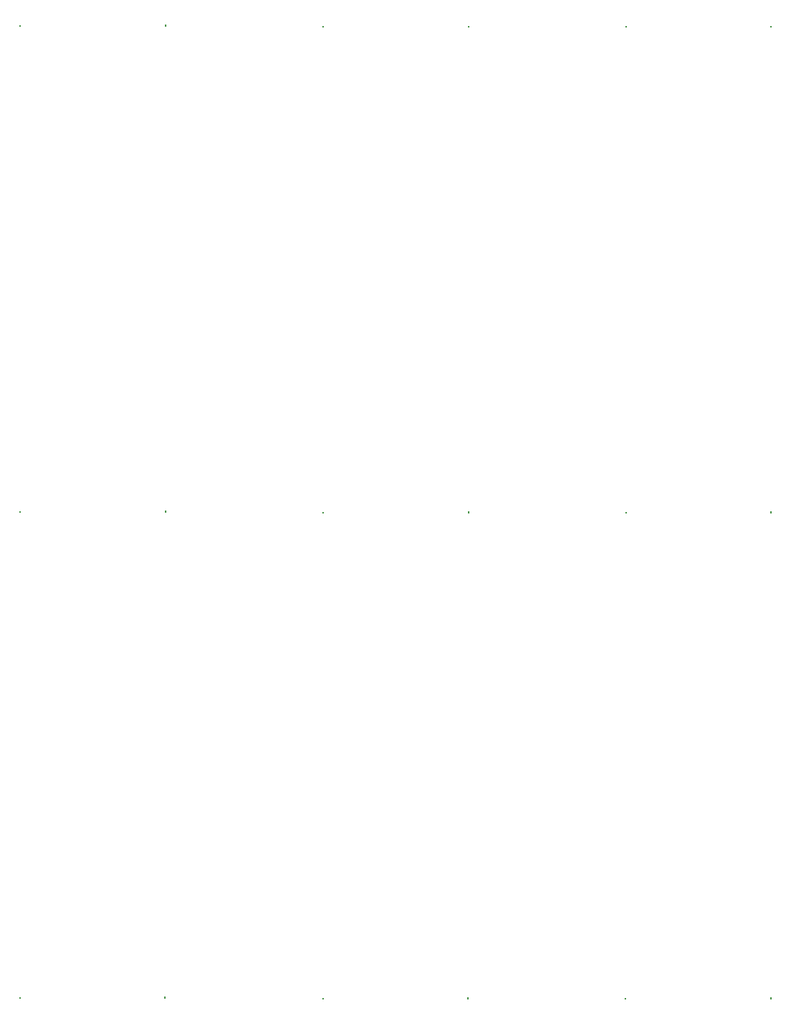
<source format=gbr>
%TF.GenerationSoftware,KiCad,Pcbnew,(5.1.9)-1*%
%TF.CreationDate,2021-07-24T23:41:22+02:00*%
%TF.ProjectId,RelayControls-HPK,52656c61-7943-46f6-9e74-726f6c732d48,V0.1*%
%TF.SameCoordinates,Original*%
%TF.FileFunction,Paste,Bot*%
%TF.FilePolarity,Positive*%
%FSLAX46Y46*%
G04 Gerber Fmt 4.6, Leading zero omitted, Abs format (unit mm)*
G04 Created by KiCad (PCBNEW (5.1.9)-1) date 2021-07-24 23:41:22*
%MOMM*%
%LPD*%
G01*
G04 APERTURE LIST*
%ADD10C,0.200000*%
G04 APERTURE END LIST*
D10*
X108975000Y-164055000D02*
X108975000Y-163905000D01*
X161470000Y-164055000D02*
X161470000Y-164155000D01*
X92400000Y-163955000D02*
X92400000Y-164055000D01*
X126945000Y-164055000D02*
X126945000Y-164155000D01*
X143520000Y-164155000D02*
X143520000Y-164005000D01*
X178045000Y-164155000D02*
X178045000Y-164005000D01*
X126970000Y-108675000D02*
X126970000Y-108775000D01*
X143545000Y-108775000D02*
X143545000Y-108625000D01*
X109000000Y-108675000D02*
X109000000Y-108525000D01*
X92425000Y-108575000D02*
X92425000Y-108675000D01*
X161495000Y-108675000D02*
X161495000Y-108775000D01*
X178070000Y-108775000D02*
X178070000Y-108625000D01*
X161495000Y-53350000D02*
X161495000Y-53450000D01*
X178070000Y-53450000D02*
X178070000Y-53300000D01*
X143545000Y-53450000D02*
X143545000Y-53300000D01*
X126970000Y-53350000D02*
X126970000Y-53450000D01*
X109000000Y-53350000D02*
X109000000Y-53200000D01*
X92425000Y-53250000D02*
X92425000Y-53350000D01*
M02*

</source>
